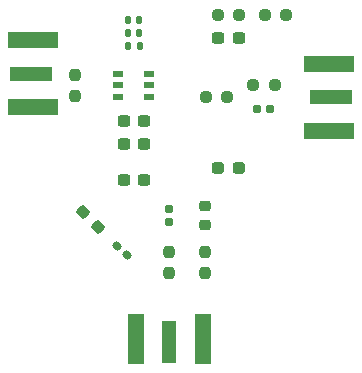
<source format=gbr>
%TF.GenerationSoftware,KiCad,Pcbnew,8.0.2*%
%TF.CreationDate,2025-01-11T01:11:34-03:00*%
%TF.ProjectId,LTC6268-10,4c544336-3236-4382-9d31-302e6b696361,rev?*%
%TF.SameCoordinates,Original*%
%TF.FileFunction,Paste,Top*%
%TF.FilePolarity,Positive*%
%FSLAX46Y46*%
G04 Gerber Fmt 4.6, Leading zero omitted, Abs format (unit mm)*
G04 Created by KiCad (PCBNEW 8.0.2) date 2025-01-11 01:11:34*
%MOMM*%
%LPD*%
G01*
G04 APERTURE LIST*
G04 Aperture macros list*
%AMRoundRect*
0 Rectangle with rounded corners*
0 $1 Rounding radius*
0 $2 $3 $4 $5 $6 $7 $8 $9 X,Y pos of 4 corners*
0 Add a 4 corners polygon primitive as box body*
4,1,4,$2,$3,$4,$5,$6,$7,$8,$9,$2,$3,0*
0 Add four circle primitives for the rounded corners*
1,1,$1+$1,$2,$3*
1,1,$1+$1,$4,$5*
1,1,$1+$1,$6,$7*
1,1,$1+$1,$8,$9*
0 Add four rect primitives between the rounded corners*
20,1,$1+$1,$2,$3,$4,$5,0*
20,1,$1+$1,$4,$5,$6,$7,0*
20,1,$1+$1,$6,$7,$8,$9,0*
20,1,$1+$1,$8,$9,$2,$3,0*%
G04 Aperture macros list end*
%ADD10R,3.600000X1.270000*%
%ADD11R,4.200000X1.350000*%
%ADD12RoundRect,0.237500X-0.250000X-0.237500X0.250000X-0.237500X0.250000X0.237500X-0.250000X0.237500X0*%
%ADD13RoundRect,0.237500X-0.300000X-0.237500X0.300000X-0.237500X0.300000X0.237500X-0.300000X0.237500X0*%
%ADD14RoundRect,0.237500X0.250000X0.237500X-0.250000X0.237500X-0.250000X-0.237500X0.250000X-0.237500X0*%
%ADD15R,0.870699X0.507200*%
%ADD16RoundRect,0.237500X0.287500X0.237500X-0.287500X0.237500X-0.287500X-0.237500X0.287500X-0.237500X0*%
%ADD17RoundRect,0.155000X-0.212500X-0.155000X0.212500X-0.155000X0.212500X0.155000X-0.212500X0.155000X0*%
%ADD18RoundRect,0.155000X0.259862X-0.040659X-0.040659X0.259862X-0.259862X0.040659X0.040659X-0.259862X0*%
%ADD19R,1.270000X3.600000*%
%ADD20R,1.350000X4.200000*%
%ADD21RoundRect,0.155000X0.155000X-0.212500X0.155000X0.212500X-0.155000X0.212500X-0.155000X-0.212500X0*%
%ADD22RoundRect,0.218750X0.256250X-0.218750X0.256250X0.218750X-0.256250X0.218750X-0.256250X-0.218750X0*%
%ADD23RoundRect,0.140000X-0.140000X-0.170000X0.140000X-0.170000X0.140000X0.170000X-0.140000X0.170000X0*%
%ADD24RoundRect,0.237500X0.344715X-0.008839X-0.008839X0.344715X-0.344715X0.008839X0.008839X-0.344715X0*%
%ADD25RoundRect,0.237500X0.237500X-0.250000X0.237500X0.250000X-0.237500X0.250000X-0.237500X-0.250000X0*%
%ADD26RoundRect,0.237500X-0.237500X0.250000X-0.237500X-0.250000X0.237500X-0.250000X0.237500X0.250000X0*%
%ADD27RoundRect,0.135000X-0.135000X-0.185000X0.135000X-0.185000X0.135000X0.185000X-0.135000X0.185000X0*%
%ADD28RoundRect,0.237500X0.300000X0.237500X-0.300000X0.237500X-0.300000X-0.237500X0.300000X-0.237500X0*%
G04 APERTURE END LIST*
D10*
%TO.C,J4*%
X134620001Y-70000000D03*
D11*
X134420001Y-72825000D03*
X134420001Y-67175000D03*
%TD*%
D12*
%TO.C,R7*%
X128007501Y-69000000D03*
X129832501Y-69000000D03*
%TD*%
D13*
%TO.C,C4*%
X117057501Y-74000000D03*
X118782501Y-74000000D03*
%TD*%
D14*
%TO.C,R3*%
X130832501Y-63000000D03*
X129007501Y-63000000D03*
%TD*%
D15*
%TO.C,U1*%
X119231652Y-69950001D03*
X119231652Y-69000000D03*
X119231652Y-68049999D03*
X116608350Y-68049999D03*
X116608350Y-69000000D03*
X116608350Y-69950001D03*
%TD*%
D16*
%TO.C,L1*%
X126795001Y-76000000D03*
X125045001Y-76000000D03*
%TD*%
D13*
%TO.C,C5*%
X117057501Y-72000000D03*
X118782501Y-72000000D03*
%TD*%
D17*
%TO.C,C7*%
X128352501Y-71000000D03*
X129487501Y-71000000D03*
%TD*%
D10*
%TO.C,J1*%
X109220001Y-68000000D03*
D11*
X109420001Y-65175000D03*
X109420001Y-70825000D03*
%TD*%
D18*
%TO.C,C3*%
X117321284Y-83401283D03*
X116518718Y-82598717D03*
%TD*%
D19*
%TO.C,J3*%
X120920001Y-90700000D03*
D20*
X118095001Y-90500000D03*
X123745001Y-90500000D03*
%TD*%
D21*
%TO.C,C1*%
X120920001Y-80567500D03*
X120920001Y-79432500D03*
%TD*%
D22*
%TO.C,D1*%
X123920001Y-80787500D03*
X123920001Y-79212500D03*
%TD*%
D23*
%TO.C,Cf2*%
X117440001Y-63500000D03*
X118400001Y-63500000D03*
%TD*%
D13*
%TO.C,C2*%
X117057501Y-77000000D03*
X118782501Y-77000000D03*
%TD*%
D12*
%TO.C,R6*%
X124007501Y-70000000D03*
X125832501Y-70000000D03*
%TD*%
D24*
%TO.C,R2*%
X114920001Y-81000000D03*
X113629531Y-79709530D03*
%TD*%
D25*
%TO.C,JP1*%
X112920001Y-69912500D03*
X112920001Y-68087500D03*
%TD*%
D26*
%TO.C,R5*%
X123920001Y-83087500D03*
X123920001Y-84912500D03*
%TD*%
D14*
%TO.C,R4*%
X126832501Y-63000000D03*
X125007501Y-63000000D03*
%TD*%
D27*
%TO.C,Rf1*%
X117410001Y-65700000D03*
X118430001Y-65700000D03*
%TD*%
D25*
%TO.C,R1*%
X120920001Y-84912500D03*
X120920001Y-83087500D03*
%TD*%
D28*
%TO.C,C6*%
X126782501Y-65000000D03*
X125057501Y-65000000D03*
%TD*%
D23*
%TO.C,Cf1*%
X117440001Y-64600000D03*
X118400001Y-64600000D03*
%TD*%
M02*

</source>
